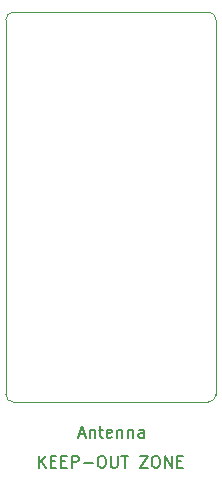
<source format=gbr>
%TF.GenerationSoftware,KiCad,Pcbnew,5.1.5+dfsg1-2~bpo10+1*%
%TF.CreationDate,Date%
%TF.ProjectId,ProMicro_ESP12E,50726f4d-6963-4726-9f5f-455350313245,v1.0*%
%TF.SameCoordinates,Original*%
%TF.FileFunction,Other,Comment*%
%FSLAX45Y45*%
G04 Gerber Fmt 4.5, Leading zero omitted, Abs format (unit mm)*
G04 Created by KiCad*
%MOMM*%
%LPD*%
G04 APERTURE LIST*
%ADD10C,0.100000*%
%ADD11C,0.150000*%
G04 APERTURE END LIST*
D10*
X-63500Y3175000D02*
G75*
G03X-127000Y3111500I0J-63500D01*
G01*
X1651000Y3111500D02*
G75*
G03X1587500Y3175000I-63500J0D01*
G01*
X1587500Y-127000D02*
G75*
G03X1651000Y-63500I0J63500D01*
G01*
X-127000Y-63500D02*
G75*
G03X-63500Y-127000I63500J0D01*
G01*
X-127000Y3111500D02*
X-127000Y-63500D01*
X1587500Y3175000D02*
X-63500Y3175000D01*
X1651000Y-63500D02*
X1651000Y3111500D01*
X-63500Y-127000D02*
X1587500Y-127000D01*
D11*
X151857Y-682738D02*
X151857Y-582738D01*
X209000Y-682738D02*
X166143Y-625595D01*
X209000Y-582738D02*
X151857Y-639881D01*
X251857Y-630357D02*
X285190Y-630357D01*
X299476Y-682738D02*
X251857Y-682738D01*
X251857Y-582738D01*
X299476Y-582738D01*
X342333Y-630357D02*
X375667Y-630357D01*
X389952Y-682738D02*
X342333Y-682738D01*
X342333Y-582738D01*
X389952Y-582738D01*
X432809Y-682738D02*
X432809Y-582738D01*
X470905Y-582738D01*
X480428Y-587500D01*
X485190Y-592262D01*
X489952Y-601786D01*
X489952Y-616071D01*
X485190Y-625595D01*
X480428Y-630357D01*
X470905Y-635119D01*
X432809Y-635119D01*
X532810Y-644643D02*
X609000Y-644643D01*
X675667Y-582738D02*
X694714Y-582738D01*
X704238Y-587500D01*
X713762Y-597024D01*
X718524Y-616071D01*
X718524Y-649405D01*
X713762Y-668452D01*
X704238Y-677976D01*
X694714Y-682738D01*
X675667Y-682738D01*
X666143Y-677976D01*
X656619Y-668452D01*
X651857Y-649405D01*
X651857Y-616071D01*
X656619Y-597024D01*
X666143Y-587500D01*
X675667Y-582738D01*
X761381Y-582738D02*
X761381Y-663690D01*
X766143Y-673214D01*
X770905Y-677976D01*
X780428Y-682738D01*
X799476Y-682738D01*
X809000Y-677976D01*
X813762Y-673214D01*
X818524Y-663690D01*
X818524Y-582738D01*
X851857Y-582738D02*
X909000Y-582738D01*
X880428Y-682738D02*
X880428Y-582738D01*
X1009000Y-582738D02*
X1075667Y-582738D01*
X1009000Y-682738D01*
X1075667Y-682738D01*
X1132810Y-582738D02*
X1151857Y-582738D01*
X1161381Y-587500D01*
X1170905Y-597024D01*
X1175667Y-616071D01*
X1175667Y-649405D01*
X1170905Y-668452D01*
X1161381Y-677976D01*
X1151857Y-682738D01*
X1132810Y-682738D01*
X1123286Y-677976D01*
X1113762Y-668452D01*
X1109000Y-649405D01*
X1109000Y-616071D01*
X1113762Y-597024D01*
X1123286Y-587500D01*
X1132810Y-582738D01*
X1218524Y-682738D02*
X1218524Y-582738D01*
X1275667Y-682738D01*
X1275667Y-582738D01*
X1323286Y-630357D02*
X1356619Y-630357D01*
X1370905Y-682738D02*
X1323286Y-682738D01*
X1323286Y-582738D01*
X1370905Y-582738D01*
X491809Y-399167D02*
X539429Y-399167D01*
X482286Y-427738D02*
X515619Y-327738D01*
X548952Y-427738D01*
X582286Y-361071D02*
X582286Y-427738D01*
X582286Y-370595D02*
X587048Y-365833D01*
X596571Y-361071D01*
X610857Y-361071D01*
X620381Y-365833D01*
X625143Y-375357D01*
X625143Y-427738D01*
X658476Y-361071D02*
X696571Y-361071D01*
X672762Y-327738D02*
X672762Y-413452D01*
X677524Y-422976D01*
X687048Y-427738D01*
X696571Y-427738D01*
X768000Y-422976D02*
X758476Y-427738D01*
X739428Y-427738D01*
X729905Y-422976D01*
X725143Y-413452D01*
X725143Y-375357D01*
X729905Y-365833D01*
X739428Y-361071D01*
X758476Y-361071D01*
X768000Y-365833D01*
X772762Y-375357D01*
X772762Y-384881D01*
X725143Y-394405D01*
X815619Y-361071D02*
X815619Y-427738D01*
X815619Y-370595D02*
X820381Y-365833D01*
X829905Y-361071D01*
X844190Y-361071D01*
X853714Y-365833D01*
X858476Y-375357D01*
X858476Y-427738D01*
X906095Y-361071D02*
X906095Y-427738D01*
X906095Y-370595D02*
X910857Y-365833D01*
X920381Y-361071D01*
X934667Y-361071D01*
X944190Y-365833D01*
X948952Y-375357D01*
X948952Y-427738D01*
X1039428Y-427738D02*
X1039428Y-375357D01*
X1034667Y-365833D01*
X1025143Y-361071D01*
X1006095Y-361071D01*
X996571Y-365833D01*
X1039428Y-422976D02*
X1029905Y-427738D01*
X1006095Y-427738D01*
X996571Y-422976D01*
X991809Y-413452D01*
X991809Y-403928D01*
X996571Y-394405D01*
X1006095Y-389643D01*
X1029905Y-389643D01*
X1039428Y-384881D01*
M02*

</source>
